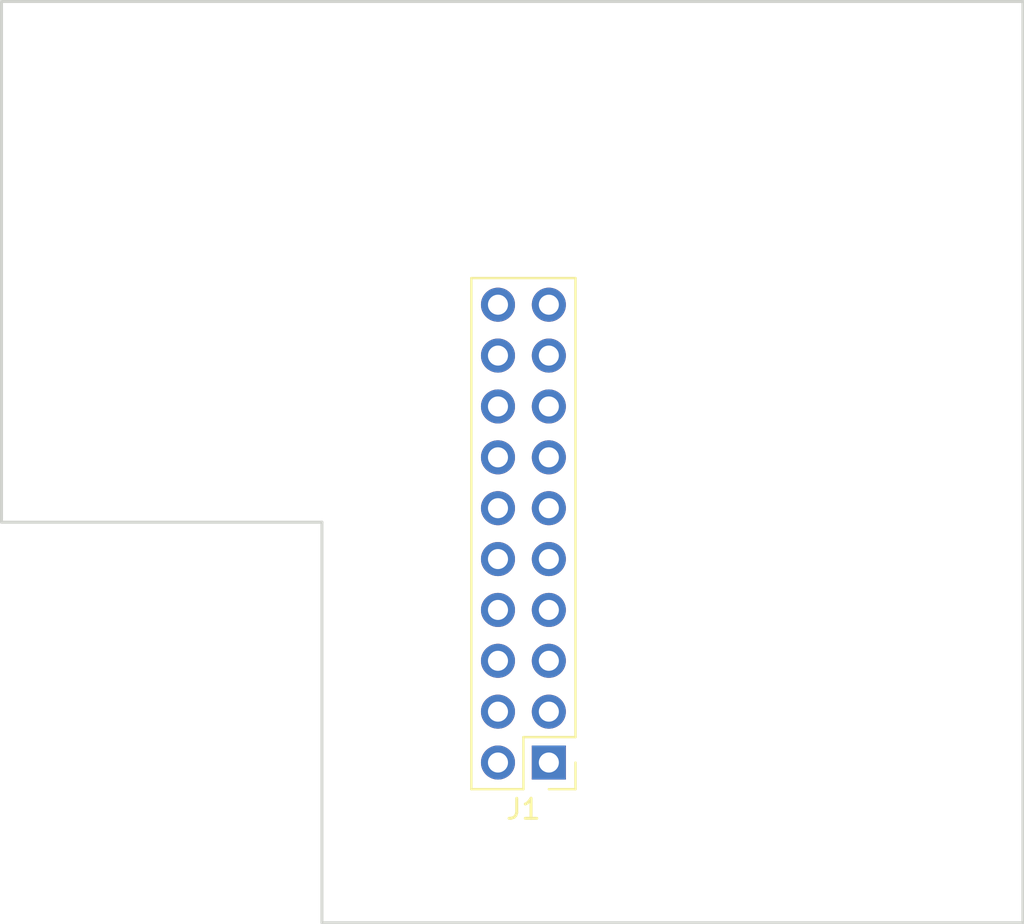
<source format=kicad_pcb>
(kicad_pcb (version 20171130) (host pcbnew 5.0.2-bee76a0~70~ubuntu18.04.1)

  (general
    (thickness 1.6)
    (drawings 6)
    (tracks 0)
    (zones 0)
    (modules 1)
    (nets 20)
  )

  (page A4)
  (layers
    (0 F.Cu signal)
    (31 B.Cu signal)
    (32 B.Adhes user)
    (33 F.Adhes user)
    (34 B.Paste user)
    (35 F.Paste user)
    (36 B.SilkS user)
    (37 F.SilkS user)
    (38 B.Mask user)
    (39 F.Mask user)
    (40 Dwgs.User user)
    (41 Cmts.User user)
    (42 Eco1.User user)
    (43 Eco2.User user)
    (44 Edge.Cuts user)
    (45 Margin user)
    (46 B.CrtYd user)
    (47 F.CrtYd user)
    (48 B.Fab user)
    (49 F.Fab user)
  )

  (setup
    (last_trace_width 0.25)
    (trace_clearance 0.2)
    (zone_clearance 0.508)
    (zone_45_only no)
    (trace_min 0.2)
    (segment_width 0.2)
    (edge_width 0.15)
    (via_size 0.8)
    (via_drill 0.4)
    (via_min_size 0.4)
    (via_min_drill 0.3)
    (uvia_size 0.3)
    (uvia_drill 0.1)
    (uvias_allowed no)
    (uvia_min_size 0.2)
    (uvia_min_drill 0.1)
    (pcb_text_width 0.3)
    (pcb_text_size 1.5 1.5)
    (mod_edge_width 0.15)
    (mod_text_size 1 1)
    (mod_text_width 0.15)
    (pad_size 1.524 1.524)
    (pad_drill 0.762)
    (pad_to_mask_clearance 0.051)
    (solder_mask_min_width 0.25)
    (aux_axis_origin 0 0)
    (visible_elements FFFFFF7F)
    (pcbplotparams
      (layerselection 0x010fc_ffffffff)
      (usegerberextensions false)
      (usegerberattributes false)
      (usegerberadvancedattributes false)
      (creategerberjobfile false)
      (excludeedgelayer true)
      (linewidth 0.100000)
      (plotframeref false)
      (viasonmask false)
      (mode 1)
      (useauxorigin false)
      (hpglpennumber 1)
      (hpglpenspeed 20)
      (hpglpendiameter 15.000000)
      (psnegative false)
      (psa4output false)
      (plotreference true)
      (plotvalue true)
      (plotinvisibletext false)
      (padsonsilk false)
      (subtractmaskfromsilk false)
      (outputformat 1)
      (mirror false)
      (drillshape 1)
      (scaleselection 1)
      (outputdirectory ""))
  )

  (net 0 "")
  (net 1 /ATtiny84_PA6)
  (net 2 GND)
  (net 3 /ATtiny84_PA7)
  (net 4 /ATtiny84_PB2)
  (net 5 /ATtiny84_PB1)
  (net 6 /ATtiny84_PA5)
  (net 7 /ATtiny84_PB0)
  (net 8 /ATtiny84_PA4)
  (net 9 /ATtiny85_PB0)
  (net 10 /ATtiny84_PA3)
  (net 11 /ATtiny85_PB1)
  (net 12 /ATtiny84_PA2)
  (net 13 /ATtiny85_PB2)
  (net 14 /ATtiny84_PA1)
  (net 15 /ATtiny85_PB4)
  (net 16 /ATtiny84_PA0)
  (net 17 /ATtiny85_PB3)
  (net 18 +5V)
  (net 19 +3V3)

  (net_class Default "This is the default net class."
    (clearance 0.2)
    (trace_width 0.25)
    (via_dia 0.8)
    (via_drill 0.4)
    (uvia_dia 0.3)
    (uvia_drill 0.1)
    (add_net +3V3)
    (add_net +5V)
    (add_net /ATtiny84_PA0)
    (add_net /ATtiny84_PA1)
    (add_net /ATtiny84_PA2)
    (add_net /ATtiny84_PA3)
    (add_net /ATtiny84_PA4)
    (add_net /ATtiny84_PA5)
    (add_net /ATtiny84_PA6)
    (add_net /ATtiny84_PA7)
    (add_net /ATtiny84_PB0)
    (add_net /ATtiny84_PB1)
    (add_net /ATtiny84_PB2)
    (add_net /ATtiny85_PB0)
    (add_net /ATtiny85_PB1)
    (add_net /ATtiny85_PB2)
    (add_net /ATtiny85_PB3)
    (add_net /ATtiny85_PB4)
    (add_net GND)
  )

  (module Connector_PinHeader_2.54mm:PinHeader_2x10_P2.54mm_Vertical (layer F.Cu) (tedit 59FED5CC) (tstamp 5C9C4111)
    (at 140.33 78 180)
    (descr "Through hole straight pin header, 2x10, 2.54mm pitch, double rows")
    (tags "Through hole pin header THT 2x10 2.54mm double row")
    (path /5CD86BAC)
    (fp_text reference J1 (at 1.27 -2.33 180) (layer F.SilkS)
      (effects (font (size 1 1) (thickness 0.15)))
    )
    (fp_text value "Daughter Board Connector" (at 1.27 25.19 180) (layer F.Fab)
      (effects (font (size 1 1) (thickness 0.15)))
    )
    (fp_line (start 0 -1.27) (end 3.81 -1.27) (layer F.Fab) (width 0.1))
    (fp_line (start 3.81 -1.27) (end 3.81 24.13) (layer F.Fab) (width 0.1))
    (fp_line (start 3.81 24.13) (end -1.27 24.13) (layer F.Fab) (width 0.1))
    (fp_line (start -1.27 24.13) (end -1.27 0) (layer F.Fab) (width 0.1))
    (fp_line (start -1.27 0) (end 0 -1.27) (layer F.Fab) (width 0.1))
    (fp_line (start -1.33 24.19) (end 3.87 24.19) (layer F.SilkS) (width 0.12))
    (fp_line (start -1.33 1.27) (end -1.33 24.19) (layer F.SilkS) (width 0.12))
    (fp_line (start 3.87 -1.33) (end 3.87 24.19) (layer F.SilkS) (width 0.12))
    (fp_line (start -1.33 1.27) (end 1.27 1.27) (layer F.SilkS) (width 0.12))
    (fp_line (start 1.27 1.27) (end 1.27 -1.33) (layer F.SilkS) (width 0.12))
    (fp_line (start 1.27 -1.33) (end 3.87 -1.33) (layer F.SilkS) (width 0.12))
    (fp_line (start -1.33 0) (end -1.33 -1.33) (layer F.SilkS) (width 0.12))
    (fp_line (start -1.33 -1.33) (end 0 -1.33) (layer F.SilkS) (width 0.12))
    (fp_line (start -1.8 -1.8) (end -1.8 24.65) (layer F.CrtYd) (width 0.05))
    (fp_line (start -1.8 24.65) (end 4.35 24.65) (layer F.CrtYd) (width 0.05))
    (fp_line (start 4.35 24.65) (end 4.35 -1.8) (layer F.CrtYd) (width 0.05))
    (fp_line (start 4.35 -1.8) (end -1.8 -1.8) (layer F.CrtYd) (width 0.05))
    (fp_text user %R (at 1.27 11.43 270) (layer F.Fab)
      (effects (font (size 1 1) (thickness 0.15)))
    )
    (pad 1 thru_hole rect (at 0 0 180) (size 1.7 1.7) (drill 1) (layers *.Cu *.Mask)
      (net 1 /ATtiny84_PA6))
    (pad 2 thru_hole oval (at 2.54 0 180) (size 1.7 1.7) (drill 1) (layers *.Cu *.Mask)
      (net 2 GND))
    (pad 3 thru_hole oval (at 0 2.54 180) (size 1.7 1.7) (drill 1) (layers *.Cu *.Mask)
      (net 3 /ATtiny84_PA7))
    (pad 4 thru_hole oval (at 2.54 2.54 180) (size 1.7 1.7) (drill 1) (layers *.Cu *.Mask)
      (net 2 GND))
    (pad 5 thru_hole oval (at 0 5.08 180) (size 1.7 1.7) (drill 1) (layers *.Cu *.Mask)
      (net 4 /ATtiny84_PB2))
    (pad 6 thru_hole oval (at 2.54 5.08 180) (size 1.7 1.7) (drill 1) (layers *.Cu *.Mask)
      (net 5 /ATtiny84_PB1))
    (pad 7 thru_hole oval (at 0 7.62 180) (size 1.7 1.7) (drill 1) (layers *.Cu *.Mask)
      (net 6 /ATtiny84_PA5))
    (pad 8 thru_hole oval (at 2.54 7.62 180) (size 1.7 1.7) (drill 1) (layers *.Cu *.Mask)
      (net 7 /ATtiny84_PB0))
    (pad 9 thru_hole oval (at 0 10.16 180) (size 1.7 1.7) (drill 1) (layers *.Cu *.Mask)
      (net 8 /ATtiny84_PA4))
    (pad 10 thru_hole oval (at 2.54 10.16 180) (size 1.7 1.7) (drill 1) (layers *.Cu *.Mask)
      (net 9 /ATtiny85_PB0))
    (pad 11 thru_hole oval (at 0 12.7 180) (size 1.7 1.7) (drill 1) (layers *.Cu *.Mask)
      (net 10 /ATtiny84_PA3))
    (pad 12 thru_hole oval (at 2.54 12.7 180) (size 1.7 1.7) (drill 1) (layers *.Cu *.Mask)
      (net 11 /ATtiny85_PB1))
    (pad 13 thru_hole oval (at 0 15.24 180) (size 1.7 1.7) (drill 1) (layers *.Cu *.Mask)
      (net 12 /ATtiny84_PA2))
    (pad 14 thru_hole oval (at 2.54 15.24 180) (size 1.7 1.7) (drill 1) (layers *.Cu *.Mask)
      (net 13 /ATtiny85_PB2))
    (pad 15 thru_hole oval (at 0 17.78 180) (size 1.7 1.7) (drill 1) (layers *.Cu *.Mask)
      (net 14 /ATtiny84_PA1))
    (pad 16 thru_hole oval (at 2.54 17.78 180) (size 1.7 1.7) (drill 1) (layers *.Cu *.Mask)
      (net 15 /ATtiny85_PB4))
    (pad 17 thru_hole oval (at 0 20.32 180) (size 1.7 1.7) (drill 1) (layers *.Cu *.Mask)
      (net 16 /ATtiny84_PA0))
    (pad 18 thru_hole oval (at 2.54 20.32 180) (size 1.7 1.7) (drill 1) (layers *.Cu *.Mask)
      (net 17 /ATtiny85_PB3))
    (pad 19 thru_hole oval (at 0 22.86 180) (size 1.7 1.7) (drill 1) (layers *.Cu *.Mask)
      (net 18 +5V))
    (pad 20 thru_hole oval (at 2.54 22.86 180) (size 1.7 1.7) (drill 1) (layers *.Cu *.Mask)
      (net 19 +3V3))
    (model ${KISYS3DMOD}/Connector_PinHeader_2.54mm.3dshapes/PinHeader_2x10_P2.54mm_Vertical.wrl
      (at (xyz 0 0 0))
      (scale (xyz 1 1 1))
      (rotate (xyz 0 0 0))
    )
  )

  (gr_line (start 129 66) (end 129 86) (layer Edge.Cuts) (width 0.15))
  (gr_line (start 113 66) (end 129 66) (layer Edge.Cuts) (width 0.15))
  (gr_line (start 113 40) (end 113 66) (layer Edge.Cuts) (width 0.15))
  (gr_line (start 164 40) (end 113 40) (layer Edge.Cuts) (width 0.15))
  (gr_line (start 164 86) (end 164 40) (layer Edge.Cuts) (width 0.15))
  (gr_line (start 129 86) (end 164 86) (layer Edge.Cuts) (width 0.15))

)

</source>
